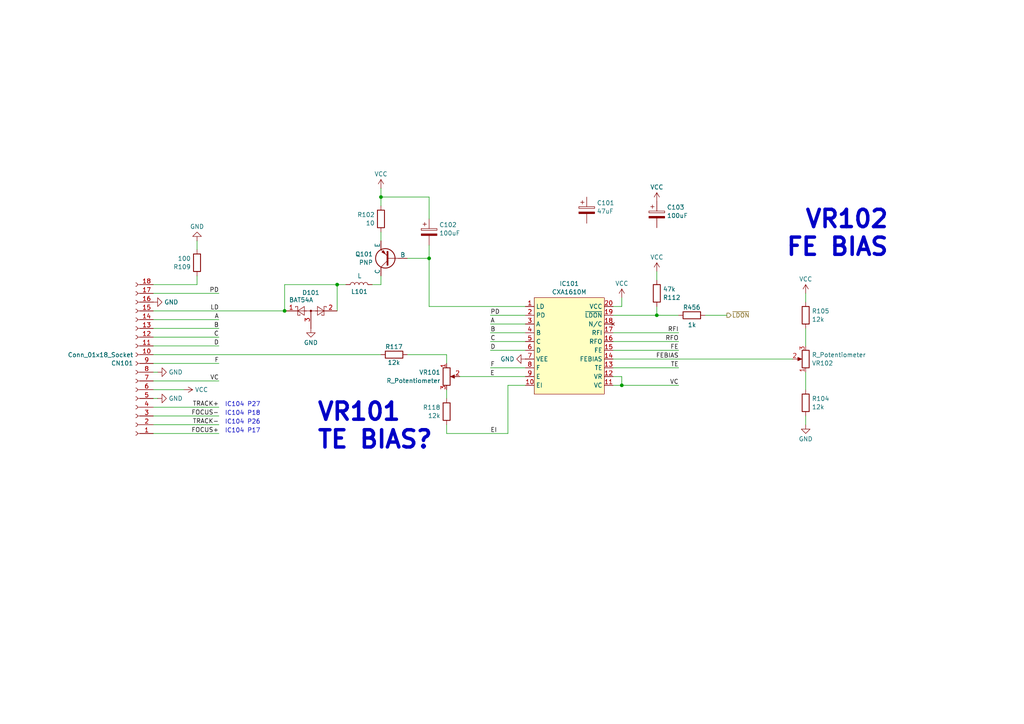
<source format=kicad_sch>
(kicad_sch (version 20231120) (generator "eeschema") (generator_version "8.0")
  (paper "A4")
  (title_block (title "PC FX Pots Adfustment Schematics") (date "2024-07-11") (rev "0.1") (company "Author: Regis Galland") (comment 1 "Little guide to help understanding the pots on the PC-FX PCB"))
  (lib_symbols
    (symbol "Connector:Conn_01x18_Socket" (pin_names (offset 1.016) hide)
      (property "Reference" "J" (at 0 22.86 0))
      (property "Value" "Conn_01x18_Socket" (at 0 -25.4 0))
      (symbol "Conn_01x18_Socket_1_1"
        (arc (start 0 -22.352) (mid -0.5058 -22.86) (end 0 -23.368) (stroke (width 0.1524)))
        (arc (start 0 -19.812) (mid -0.5058 -20.32) (end 0 -20.828) (stroke (width 0.1524)))
        (arc (start 0 -17.272) (mid -0.5058 -17.78) (end 0 -18.288) (stroke (width 0.1524)))
        (arc (start 0 -14.732) (mid -0.5058 -15.24) (end 0 -15.748) (stroke (width 0.1524)))
        (arc (start 0 -12.192) (mid -0.5058 -12.7) (end 0 -13.208) (stroke (width 0.1524)))
        (arc (start 0 -9.652) (mid -0.5058 -10.16) (end 0 -10.668) (stroke (width 0.1524)))
        (arc (start 0 -7.112) (mid -0.5058 -7.62) (end 0 -8.128) (stroke (width 0.1524)))
        (arc (start 0 -4.572) (mid -0.5058 -5.08) (end 0 -5.588) (stroke (width 0.1524)))
        (arc (start 0 -2.032) (mid -0.5058 -2.54) (end 0 -3.048) (stroke (width 0.1524)))
        (polyline (pts (xy -1.27 -22.86) (xy -0.508 -22.86)) (stroke (width 0.1524)))
        (polyline (pts (xy -1.27 -20.32) (xy -0.508 -20.32)) (stroke (width 0.1524)))
        (polyline (pts (xy -1.27 -17.78) (xy -0.508 -17.78)) (stroke (width 0.1524)))
        (polyline (pts (xy -1.27 -15.24) (xy -0.508 -15.24)) (stroke (width 0.1524)))
        (polyline (pts (xy -1.27 -12.7) (xy -0.508 -12.7)) (stroke (width 0.1524)))
        (polyline (pts (xy -1.27 -10.16) (xy -0.508 -10.16)) (stroke (width 0.1524)))
        (polyline (pts (xy -1.27 -7.62) (xy -0.508 -7.62)) (stroke (width 0.1524)))
        (polyline (pts (xy -1.27 -5.08) (xy -0.508 -5.08)) (stroke (width 0.1524)))
        (polyline (pts (xy -1.27 -2.54) (xy -0.508 -2.54)) (stroke (width 0.1524)))
        (polyline (pts (xy -1.27 0) (xy -0.508 0)) (stroke (width 0.1524)))
        (polyline (pts (xy -1.27 2.54) (xy -0.508 2.54)) (stroke (width 0.1524)))
        (polyline (pts (xy -1.27 5.08) (xy -0.508 5.08)) (stroke (width 0.1524)))
        (polyline (pts (xy -1.27 7.62) (xy -0.508 7.62)) (stroke (width 0.1524)))
        (polyline (pts (xy -1.27 10.16) (xy -0.508 10.16)) (stroke (width 0.1524)))
        (polyline (pts (xy -1.27 12.7) (xy -0.508 12.7)) (stroke (width 0.1524)))
        (polyline (pts (xy -1.27 15.24) (xy -0.508 15.24)) (stroke (width 0.1524)))
        (polyline (pts (xy -1.27 17.78) (xy -0.508 17.78)) (stroke (width 0.1524)))
        (polyline (pts (xy -1.27 20.32) (xy -0.508 20.32)) (stroke (width 0.1524)))
        (arc (start 0 0.508) (mid -0.5058 0) (end 0 -0.508) (stroke (width 0.1524)))
        (arc (start 0 3.048) (mid -0.5058 2.54) (end 0 2.032) (stroke (width 0.1524)))
        (arc (start 0 5.588) (mid -0.5058 5.08) (end 0 4.572) (stroke (width 0.1524)))
        (arc (start 0 8.128) (mid -0.5058 7.62) (end 0 7.112) (stroke (width 0.1524)))
        (arc (start 0 10.668) (mid -0.5058 10.16) (end 0 9.652) (stroke (width 0.1524)))
        (arc (start 0 13.208) (mid -0.5058 12.7) (end 0 12.192) (stroke (width 0.1524)))
        (arc (start 0 15.748) (mid -0.5058 15.24) (end 0 14.732) (stroke (width 0.1524)))
        (arc (start 0 18.288) (mid -0.5058 17.78) (end 0 17.272) (stroke (width 0.1524)))
        (arc (start 0 20.828) (mid -0.5058 20.32) (end 0 19.812) (stroke (width 0.1524)))
        (pin passive line (at -5.08 20.32 0) (length 3.81) (name "Pin_1") (number "1"))
        (pin passive line (at -5.08 -2.54 0) (length 3.81) (name "Pin_10") (number "10"))
        (pin passive line (at -5.08 -5.08 0) (length 3.81) (name "Pin_11") (number "11"))
        (pin passive line (at -5.08 -7.62 0) (length 3.81) (name "Pin_12") (number "12"))
        (pin passive line (at -5.08 -10.16 0) (length 3.81) (name "Pin_13") (number "13"))
        (pin passive line (at -5.08 -12.7 0) (length 3.81) (name "Pin_14") (number "14"))
        (pin passive line (at -5.08 -15.24 0) (length 3.81) (name "Pin_15") (number "15"))
        (pin passive line (at -5.08 -17.78 0) (length 3.81) (name "Pin_16") (number "16"))
        (pin passive line (at -5.08 -20.32 0) (length 3.81) (name "Pin_17") (number "17"))
        (pin passive line (at -5.08 -22.86 0) (length 3.81) (name "Pin_18") (number "18"))
        (pin passive line (at -5.08 17.78 0) (length 3.81) (name "Pin_2") (number "2"))
        (pin passive line (at -5.08 15.24 0) (length 3.81) (name "Pin_3") (number "3"))
        (pin passive line (at -5.08 12.7 0) (length 3.81) (name "Pin_4") (number "4"))
        (pin passive line (at -5.08 10.16 0) (length 3.81) (name "Pin_5") (number "5"))
        (pin passive line (at -5.08 7.62 0) (length 3.81) (name "Pin_6") (number "6"))
        (pin passive line (at -5.08 5.08 0) (length 3.81) (name "Pin_7") (number "7"))
        (pin passive line (at -5.08 2.54 0) (length 3.81) (name "Pin_8") (number "8"))
        (pin passive line (at -5.08 0 0) (length 3.81) (name "Pin_9") (number "9"))
      )
    )
    (symbol "Device:C_Polarized" (pin_numbers hide) (pin_names (offset 0.254))
      (property "Reference" "C" (at 0.635 2.54 0))
      (property "Value" "C_Polarized" (at 0.635 -2.54 0))
      (symbol "C_Polarized_0_1"
        (rectangle (start -2.286 0.508) (end 2.286 1.016))
        (polyline (pts (xy -1.778 2.286) (xy -0.762 2.286)))
        (polyline (pts (xy -1.27 2.794) (xy -1.27 1.778)))
        (rectangle (start 2.286 -0.508) (end -2.286 -1.016) (fill (type outline)))
      )
      (symbol "C_Polarized_1_1"
        (pin passive line (at 0 3.81 270) (length 2.794) (name "~") (number "1"))
        (pin passive line (at 0 -3.81 90) (length 2.794) (name "~") (number "2"))
      )
    )
    (symbol "Device:L" (pin_numbers hide) (pin_names (offset 1.016) hide)
      (property "Reference" "L" (at -1.27 0 90))
      (property "Value" "L" (at 1.905 0 90))
      (symbol "L_0_1"
        (arc (start 0 -2.54) (mid 0.6323 -1.905) (end 0 -1.27))
        (arc (start 0 -1.27) (mid 0.6323 -0.635) (end 0 0))
        (arc (start 0 0) (mid 0.6323 0.635) (end 0 1.27))
        (arc (start 0 1.27) (mid 0.6323 1.905) (end 0 2.54))
      )
      (symbol "L_1_1"
        (pin passive line (at 0 3.81 270) (length 1.27) (name "1") (number "1"))
        (pin passive line (at 0 -3.81 90) (length 1.27) (name "2") (number "2"))
      )
    )
    (symbol "Device:R" (pin_numbers hide) (pin_names (offset 0))
      (property "Reference" "R" (at 2.032 0 90))
      (property "Value" "R" (at 0 0 90))
      (symbol "R_0_1"
        (rectangle (start -1.016 -2.54) (end 1.016 2.54) (stroke (width 0.254)))
      )
      (symbol "R_1_1"
        (pin passive line (at 0 3.81 270) (length 1.27) (name "~") (number "1"))
        (pin passive line (at 0 -3.81 90) (length 1.27) (name "~") (number "2"))
      )
    )
    (symbol "Device:R_Potentiometer" (pin_names (offset 1.016) hide)
      (property "Reference" "RV" (at -4.445 0 90))
      (property "Value" "R_Potentiometer" (at -2.54 0 90))
      (symbol "R_Potentiometer_0_1"
        (polyline (pts (xy 2.54 0) (xy 1.524 0)))
        (polyline (pts (xy 1.143 0) (xy 2.286 0.508) (xy 2.286 -0.508) (xy 1.143 0)) (fill (type outline)))
        (rectangle (start 1.016 2.54) (end -1.016 -2.54) (stroke (width 0.254)))
      )
      (symbol "R_Potentiometer_1_1"
        (pin passive line (at 0 3.81 270) (length 1.27) (name "1") (number "1"))
        (pin passive line (at 3.81 0 180) (length 1.27) (name "2") (number "2"))
        (pin passive line (at 0 -3.81 90) (length 1.27) (name "3") (number "3"))
      )
    )
    (symbol "Diode:BAT54A" (pin_names (offset 1.016))
      (property "Reference" "D" (at 0.635 -3.81 0))
      (property "Value" "BAT54A" (at -6.35 3.175 0))
      (symbol "BAT54A_0_1"
        (polyline (pts (xy -4.445 1.27) (xy -4.445 1.016)))
        (polyline (pts (xy -3.81 -1.27) (xy -3.81 1.27)))
        (polyline (pts (xy -3.81 -1.27) (xy -3.175 -1.27)))
        (polyline (pts (xy -3.81 0) (xy -1.27 0)))
        (polyline (pts (xy -3.81 1.27) (xy -4.445 1.27)))
        (polyline (pts (xy -3.175 -1.27) (xy -3.175 -1.016)))
        (polyline (pts (xy -1.905 0) (xy 1.905 0)))
        (polyline (pts (xy 1.27 0) (xy 3.81 0)))
        (polyline (pts (xy 3.175 -1.27) (xy 3.175 -1.016)))
        (polyline (pts (xy 3.81 -1.27) (xy 3.175 -1.27)))
        (polyline (pts (xy 3.81 -1.27) (xy 3.81 1.27)))
        (polyline (pts (xy 3.81 1.27) (xy 4.445 1.27)))
        (polyline (pts (xy 4.445 1.27) (xy 4.445 1.016)))
        (polyline (pts (xy -1.905 1.27) (xy -1.905 -1.27) (xy -3.81 0) (xy -1.905 1.27)))
        (polyline (pts (xy 1.905 1.27) (xy 1.905 -1.27) (xy 3.81 0) (xy 1.905 1.27)))
        (circle (center 0 0) (radius 0.254) (fill (type outline)))
      )
      (symbol "BAT54A_1_1"
        (pin passive line (at -7.62 0 0) (length 3.81) (name "~") (number "1"))
        (pin passive line (at 7.62 0 180) (length 3.81) (name "~") (number "2"))
        (pin passive line (at 0 -5.08 90) (length 5.08) (name "~") (number "3"))
      )
    )
    (symbol "PC-FX:CXA1610M"
      (property "Reference" "IC" (at -9.652 14.986 0))
      (property "Value" "CXA1610M" (at -4.826 14.986 0))
      (symbol "CXA1610M_0_0"
        (rectangle (start -10.16 13.97) (end 10.16 -13.97) (stroke (width 0.1524)) (fill (type background)))
      )
      (symbol "CXA1610M_1_1"
        (pin output line (at -12.7 11.43 0) (length 2.54) (name "LD") (number "1"))
        (pin input line (at -12.7 -11.43 0) (length 2.54) (name "EI") (number "10"))
        (pin power_in line (at 12.7 -11.43 180) (length 2.54) (name "VC") (number "11"))
        (pin power_out line (at 12.7 -8.89 180) (length 2.54) (name "VR") (number "12"))
        (pin output line (at 12.7 -6.35 180) (length 2.54) (name "TE") (number "13"))
        (pin input line (at 12.7 -3.81 180) (length 2.54) (name "FEBIAS") (number "14"))
        (pin output line (at 12.7 -1.27 180) (length 2.54) (name "FE") (number "15"))
        (pin output line (at 12.7 1.27 180) (length 2.54) (name "RFO") (number "16"))
        (pin input line (at 12.7 3.81 180) (length 2.54) (name "RFI") (number "17"))
        (pin no_connect line (at 12.7 6.35 180) (length 2.54) (name "N/C") (number "18"))
        (pin input line (at 12.7 8.89 180) (length 2.54) (name "~{LDON}") (number "19"))
        (pin input line (at -12.7 8.89 0) (length 2.54) (name "PD") (number "2"))
        (pin power_in line (at 12.7 11.43 180) (length 2.54) (name "VCC") (number "20"))
        (pin input line (at -12.7 6.35 0) (length 2.54) (name "A") (number "3"))
        (pin input line (at -12.7 3.81 0) (length 2.54) (name "B") (number "4"))
        (pin input line (at -12.7 1.27 0) (length 2.54) (name "C") (number "5"))
        (pin input line (at -12.7 -1.27 0) (length 2.54) (name "D") (number "6"))
        (pin power_in line (at -12.7 -3.81 0) (length 2.54) (name "VEE") (number "7"))
        (pin input line (at -12.7 -6.35 0) (length 2.54) (name "F") (number "8"))
        (pin input line (at -12.7 -8.89 0) (length 2.54) (name "E") (number "9"))
      )
    )
    (symbol "Simulation_SPICE:PNP" (pin_numbers hide) (pin_names (offset 0))
      (property "Reference" "Q" (at -2.54 7.62 0))
      (property "Value" "PNP" (at -2.54 5.08 0))
      (symbol "PNP_0_1"
        (polyline (pts (xy -2.54 0) (xy 0.635 0)) (stroke (width 0.1524)))
        (polyline (pts (xy 0.635 0.635) (xy 2.54 2.54)))
        (polyline (pts (xy 0.635 -0.635) (xy 2.54 -2.54) (xy 2.54 -2.54)))
        (polyline (pts (xy 0.635 1.905) (xy 0.635 -1.905) (xy 0.635 -1.905)) (stroke (width 0.508)))
        (polyline (pts (xy 2.286 -1.778) (xy 1.778 -2.286) (xy 1.27 -1.27) (xy 2.286 -1.778) (xy 2.286 -1.778)) (fill (type outline)))
        (circle (center 1.27 0) (radius 2.8194) (stroke (width 0.254)))
      )
      (symbol "PNP_1_1"
        (pin open_collector line (at 2.54 5.08 270) (length 2.54) (name "C") (number "1"))
        (pin input line (at -5.08 0 0) (length 2.54) (name "B") (number "2"))
        (pin open_emitter line (at 2.54 -5.08 90) (length 2.54) (name "E") (number "3"))
      )
    )
    (symbol "power:GND" (power) (pin_numbers hide) (pin_names (offset 0) hide)
      (property "Value" "GND" (at 0 -3.81 0))
      (symbol "GND_0_1"
        (polyline (pts (xy 0 0) (xy 0 -1.27) (xy 1.27 -1.27) (xy 0 -2.54) (xy -1.27 -1.27) (xy 0 -1.27)))
      )
      (symbol "GND_1_1"
        (pin power_in line (at 0 0 270) (length 0) (name "~") (number "1"))
      )
    )
    (symbol "power:VCC" (power) (pin_numbers hide) (pin_names (offset 0) hide)
      (property "Value" "VCC" (at 0 3.556 0))
      (symbol "VCC_0_1"
        (polyline (pts (xy -0.762 1.27) (xy 0 2.54)))
        (polyline (pts (xy 0 0) (xy 0 2.54)))
        (polyline (pts (xy 0 2.54) (xy 0.762 1.27)))
      )
      (symbol "VCC_1_1"
        (pin power_in line (at 0 0 90) (length 0) (name "~") (number "1"))
      )
    )
  )
  (junction (at 124.46 74.93))
  (junction (at 190.5 91.44))
  (junction (at 97.79 82.55))
  (junction (at 82.55 90.17))
  (junction (at 180.34 111.76))
  (junction (at 110.49 57.15))
  (wire (pts (xy 110.49 102.87) (xy 44.45 102.87)))
  (wire (pts (xy 107.95 82.55) (xy 110.49 82.55)))
  (wire (pts (xy 177.8 109.22) (xy 180.34 109.22)))
  (wire (pts (xy 57.15 72.39) (xy 57.15 69.85)))
  (wire (pts (xy 190.5 91.44) (xy 190.5 88.9)))
  (wire (pts (xy 63.5 123.19) (xy 44.45 123.19)))
  (wire (pts (xy 110.49 67.31) (xy 110.49 69.85)))
  (wire (pts (xy 233.68 113.03) (xy 233.68 107.95)))
  (wire (pts (xy 53.34 113.03) (xy 44.45 113.03)))
  (wire (pts (xy 142.24 106.68) (xy 152.4 106.68)))
  (wire (pts (xy 45.72 115.57) (xy 44.45 115.57)))
  (wire (pts (xy 180.34 88.9) (xy 180.34 86.36)))
  (wire (pts (xy 110.49 57.15) (xy 110.49 54.61)))
  (wire (pts (xy 129.54 125.73) (xy 129.54 123.19)))
  (wire (pts (xy 63.5 110.49) (xy 44.45 110.49)))
  (wire (pts (xy 177.8 104.14) (xy 229.87 104.14)))
  (wire (pts (xy 233.68 100.33) (xy 233.68 95.25)))
  (wire (pts (xy 196.85 96.52) (xy 177.8 96.52)))
  (wire (pts (xy 196.85 101.6) (xy 177.8 101.6)))
  (wire (pts (xy 44.45 85.09) (xy 63.5 85.09)))
  (wire (pts (xy 63.5 97.79) (xy 44.45 97.79)))
  (wire (pts (xy 63.5 92.71) (xy 44.45 92.71)))
  (wire (pts (xy 45.72 107.95) (xy 44.45 107.95)))
  (wire (pts (xy 124.46 63.5) (xy 124.46 57.15)))
  (wire (pts (xy 152.4 111.76) (xy 147.32 111.76)))
  (wire (pts (xy 177.8 91.44) (xy 190.5 91.44)))
  (wire (pts (xy 129.54 102.87) (xy 129.54 105.41)))
  (wire (pts (xy 82.55 90.17) (xy 82.55 82.55)))
  (wire (pts (xy 233.68 120.65) (xy 233.68 123.19)))
  (wire (pts (xy 63.5 118.11) (xy 44.45 118.11)))
  (wire (pts (xy 129.54 113.03) (xy 129.54 115.57)))
  (wire (pts (xy 177.8 88.9) (xy 180.34 88.9)))
  (wire (pts (xy 57.15 80.01) (xy 57.15 82.55)))
  (wire (pts (xy 133.35 109.22) (xy 152.4 109.22)))
  (wire (pts (xy 147.32 111.76) (xy 147.32 125.73)))
  (wire (pts (xy 63.5 120.65) (xy 44.45 120.65)))
  (wire (pts (xy 233.68 85.09) (xy 233.68 87.63)))
  (wire (pts (xy 118.11 102.87) (xy 129.54 102.87)))
  (wire (pts (xy 63.5 125.73) (xy 44.45 125.73)))
  (wire (pts (xy 82.55 82.55) (xy 97.79 82.55)))
  (wire (pts (xy 57.15 82.55) (xy 44.45 82.55)))
  (wire (pts (xy 129.54 125.73) (xy 147.32 125.73)))
  (wire (pts (xy 180.34 109.22) (xy 180.34 111.76)))
  (wire (pts (xy 180.34 111.76) (xy 177.8 111.76)))
  (wire (pts (xy 190.5 91.44) (xy 196.85 91.44)))
  (wire (pts (xy 196.85 106.68) (xy 177.8 106.68)))
  (wire (pts (xy 142.24 99.06) (xy 152.4 99.06)))
  (wire (pts (xy 97.79 82.55) (xy 97.79 90.17)))
  (wire (pts (xy 142.24 101.6) (xy 152.4 101.6)))
  (wire (pts (xy 44.45 90.17) (xy 82.55 90.17)))
  (wire (pts (xy 124.46 71.12) (xy 124.46 74.93)))
  (wire (pts (xy 110.49 57.15) (xy 110.49 59.69)))
  (wire (pts (xy 142.24 93.98) (xy 152.4 93.98)))
  (wire (pts (xy 118.11 74.93) (xy 124.46 74.93)))
  (wire (pts (xy 152.4 88.9) (xy 124.46 88.9)))
  (wire (pts (xy 97.79 82.55) (xy 100.33 82.55)))
  (wire (pts (xy 63.5 95.25) (xy 44.45 95.25)))
  (wire (pts (xy 204.47 91.44) (xy 210.82 91.44)))
  (wire (pts (xy 63.5 100.33) (xy 44.45 100.33)))
  (wire (pts (xy 142.24 96.52) (xy 152.4 96.52)))
  (wire (pts (xy 152.4 91.44) (xy 142.24 91.44)))
  (wire (pts (xy 196.85 111.76) (xy 180.34 111.76)))
  (wire (pts (xy 124.46 88.9) (xy 124.46 74.93)))
  (wire (pts (xy 110.49 57.15) (xy 124.46 57.15)))
  (wire (pts (xy 63.5 105.41) (xy 44.45 105.41)))
  (wire (pts (xy 110.49 80.01) (xy 110.49 82.55)))
  (wire (pts (xy 190.5 78.74) (xy 190.5 81.28)))
  (wire (pts (xy 196.85 99.06) (xy 177.8 99.06)))
  (text "VR102\nFE BIAS" (at 258.064 74.676 0) (effects (font (size 5 5) (thickness 1) (bold yes)) (justify right bottom)))
  (text "IC104 P26" (at 75.565 123.19 0) (effects (font (size 1.27 1.27)) (justify right bottom)))
  (text "IC104 P27" (at 75.565 118.11 0) (effects (font (size 1.27 1.27)) (justify right bottom)))
  (text "VR101\nTE BIAS?" (at 91.694 130.556 0) (effects (font (size 5 5) (thickness 1) (bold yes)) (justify left bottom)))
  (text "IC104 P18" (at 75.565 120.65 0) (effects (font (size 1.27 1.27)) (justify right bottom)))
  (text "IC104 P17" (at 75.565 125.73 0) (effects (font (size 1.27 1.27)) (justify right bottom)))
  (label "TRACK-" (at 63.5 123.19 180))
  (label "B" (at 63.5 95.25 180))
  (label "EI" (at 142.24 125.73 0))
  (label "E" (at 143.51 109.22 180))
  (label "D" (at 142.24 101.6 0))
  (label "VC" (at 63.5 110.49 180))
  (label "FEBIAS" (at 196.85 104.14 180))
  (label "C" (at 63.5 97.79 180))
  (label "TE" (at 196.85 106.68 180))
  (label "FOCUS-" (at 63.5 120.65 180))
  (label "A" (at 142.24 93.98 0))
  (label "TRACK+" (at 63.5 118.11 180))
  (label "F" (at 142.24 106.68 0))
  (label "RFI" (at 196.85 96.52 180))
  (label "FOCUS+" (at 63.5 125.73 180))
  (label "RFO" (at 196.85 99.06 180))
  (label "D" (at 63.5 100.33 180))
  (label "VC" (at 196.85 111.76 180))
  (label "PD" (at 63.5 85.09 180))
  (label "PD" (at 142.24 91.44 0))
  (label "A" (at 63.5 92.71 180))
  (label "LD" (at 63.5 90.17 180))
  (label "B" (at 142.24 96.52 0))
  (label "FE" (at 196.85 101.6 180))
  (label "F" (at 63.5 105.41 180))
  (label "C" (at 142.24 99.06 0))
  (hierarchical_label "~{LDON}" (shape output) (at 210.82 91.44 0))
  (symbol (lib_id "Device:R") (at 57.15 76.2 0) (unit 1)
    (property "Reference" "R109" (at 55.372 77.4121 0) (effects (justify right)))
    (property "Value" "100" (at 55.372 74.9879 0) (effects (justify right)))
  )
  (symbol (lib_id "Simulation_SPICE:PNP") (at 113.03 74.93 180) (unit 1)
    (property "Reference" "Q101" (at 108.1786 73.7179 0) (effects (justify left)))
    (property "Value" "PNP" (at 108.1786 76.1421 0) (effects (justify left)))
    (property "Datasheet" "https://ngspice.sourceforge.io/docs/ngspice-html-manual/manual.xhtml#cha_BJTs" (effects (hide yes)))
    (property "Description" "Bipolar transistor symbol for simulation only, substrate tied to the emitter" (effects (hide yes)))
    (property "Sim.Device" "PNP" (effects (hide yes)))
    (property "Sim.Type" "GUMMELPOON" (effects (hide yes)))
    (property "Sim.Pins" "1=C 2=B 3=E" (effects (hide yes)))
  )
  (symbol (lib_id "Device:R") (at 200.66 91.44 270) (mirror x) (unit 1)
    (property "Reference" "R456" (at 203.2 89.154 90) (effects (justify right)))
    (property "Value" "1k" (at 201.93 94.234 90) (effects (justify right)))
  )
  (symbol (lib_id "PC-FX:CXA1610M") (at 165.1 100.33 0) (unit 1)
    (property "Reference" "IC101" (at 165.1 82.2663 0))
    (property "Value" "CXA1610M" (at 165.1 84.6906 0))
    (property "Footprint" "Package_SO:SOIC-20W_7.5x12.8mm_P1.27mm" (effects (hide yes)))
    (property "Description" "RF Amplifier for CD players" (effects (hide yes)))
  )
  (symbol (lib_id "Device:C_Polarized") (at 170.18 60.96 0) (unit 1)
    (property "Reference" "C101" (at 173.101 58.8588 0) (effects (justify left)))
    (property "Value" "47uF" (at 173.101 61.2831 0) (effects (justify left)))
    (property "Footprint" "Capacitor_SMD:CP_Elec_5x5.4" (effects (hide yes)))
  )
  (symbol (lib_id "Device:C_Polarized") (at 190.5 62.23 0) (unit 1)
    (property "Reference" "C103" (at 193.421 60.1288 0) (effects (justify left)))
    (property "Value" "100uF" (at 193.421 62.5531 0) (effects (justify left)))
    (property "Footprint" "Capacitor_SMD:CP_Elec_5x5.4" (effects (hide yes)))
  )
  (symbol (lib_id "power:VCC") (at 190.5 58.42 0) (mirror y) (unit 1)
    (property "Reference" "#PWR019" (effects (hide yes)))
    (property "Value" "VCC" (at 190.5 54.2869 0))
    (property "Description" "Power symbol creates a global label with name \"VCC\"" (effects (hide yes)))
  )
  (symbol (lib_id "power:GND") (at 90.17 95.25 0) (unit 1)
    (property "Reference" "#PWR08" (effects (hide yes)))
    (property "Value" "GND" (at 90.17 99.3831 0))
    (property "Description" "Power symbol creates a global label with name \"GND\" , ground" (effects (hide yes)))
  )
  (symbol (lib_id "Device:R") (at 233.68 116.84 180) (unit 1)
    (property "Reference" "R104" (at 235.4579 115.6279 0) (effects (justify right)))
    (property "Value" "12k" (at 235.4579 118.0521 0) (effects (justify right)))
  )
  (symbol (lib_id "power:GND") (at 44.45 87.63 90) (mirror x) (unit 1)
    (property "Reference" "#PWR07" (effects (hide yes)))
    (property "Value" "GND" (at 47.625 87.63 90) (effects (justify right)))
    (property "Description" "Power symbol creates a global label with name \"GND\" , ground" (effects (hide yes)))
  )
  (symbol (lib_id "Device:R") (at 114.3 102.87 90) (mirror x) (unit 1)
    (property "Reference" "R117" (at 116.84 100.584 90) (effects (justify left)))
    (property "Value" "12k" (at 116.078 105.156 90) (effects (justify left)))
  )
  (symbol (lib_id "power:GND") (at 233.68 123.19 0) (unit 1)
    (property "Reference" "#PWR018" (effects (hide yes)))
    (property "Value" "GND" (at 233.68 127.3231 0))
    (property "Description" "Power symbol creates a global label with name \"GND\" , ground" (effects (hide yes)))
  )
  (symbol (lib_id "Device:L") (at 104.14 82.55 90) (unit 1)
    (property "Reference" "L101" (at 106.68 84.582 90) (effects (justify left)))
    (property "Value" "L" (at 104.902 80.01 90) (effects (justify left)))
  )
  (symbol (lib_id "power:VCC") (at 110.49 54.61 0) (mirror y) (unit 1)
    (property "Reference" "#PWR01" (effects (hide yes)))
    (property "Value" "VCC" (at 110.49 50.4769 0))
    (property "Description" "Power symbol creates a global label with name \"VCC\"" (effects (hide yes)))
  )
  (symbol (lib_id "Device:R_Potentiometer") (at 129.54 109.22 0) (unit 1)
    (property "Reference" "VR101" (at 127.762 108.0079 0) (effects (justify right)))
    (property "Value" "R_Potentiometer" (at 127.762 110.4321 0) (effects (justify right)))
    (property "Footprint" "Potentiometer_THT:Potentiometer_Bourns_3339P_Vertical" (effects (hide yes)))
  )
  (symbol (lib_id "Device:R") (at 233.68 91.44 180) (unit 1)
    (property "Reference" "R105" (at 235.4579 90.2279 0) (effects (justify right)))
    (property "Value" "12k" (at 235.4579 92.6521 0) (effects (justify right)))
  )
  (symbol (lib_id "power:VCC") (at 233.68 85.09 0) (unit 1)
    (property "Reference" "#PWR05" (effects (hide yes)))
    (property "Value" "VCC" (at 233.68 80.9569 0))
    (property "Description" "Power symbol creates a global label with name \"VCC\"" (effects (hide yes)))
  )
  (symbol (lib_id "power:GND") (at 57.15 69.85 0) (mirror x) (unit 1)
    (property "Reference" "#PWR03" (effects (hide yes)))
    (property "Value" "GND" (at 57.15 65.7169 0))
    (property "Description" "Power symbol creates a global label with name \"GND\" , ground" (effects (hide yes)))
  )
  (symbol (lib_id "power:GND") (at 45.72 115.57 90) (mirror x) (unit 1)
    (property "Reference" "#PWR017" (effects (hide yes)))
    (property "Value" "GND" (at 48.895 115.57 90) (effects (justify right)))
    (property "Description" "Power symbol creates a global label with name \"GND\" , ground" (effects (hide yes)))
  )
  (symbol (lib_id "Device:R_Potentiometer") (at 233.68 104.14 180) (unit 1)
    (property "Reference" "VR102" (at 235.458 105.3521 0) (effects (justify right)))
    (property "Value" "R_Potentiometer" (at 235.458 102.9279 0) (effects (justify right)))
    (property "Footprint" "Potentiometer_THT:Potentiometer_Bourns_3339P_Vertical" (effects (hide yes)))
  )
  (symbol (lib_id "Device:R") (at 110.49 63.5 0) (mirror y) (unit 1)
    (property "Reference" "R102" (at 108.712 62.2879 0) (effects (justify left)))
    (property "Value" "10" (at 108.712 64.7121 0) (effects (justify left)))
  )
  (symbol (lib_id "power:GND") (at 152.4 104.14 270) (unit 1)
    (property "Reference" "#PWR09" (effects (hide yes)))
    (property "Value" "GND" (at 149.225 104.14 90) (effects (justify right)))
    (property "Description" "Power symbol creates a global label with name \"GND\" , ground" (effects (hide yes)))
  )
  (symbol (lib_id "Device:R") (at 190.5 85.09 0) (mirror y) (unit 1)
    (property "Reference" "R112" (at 192.278 86.3021 0) (effects (justify right)))
    (property "Value" "47k" (at 192.278 83.8779 0) (effects (justify right)))
  )
  (symbol (lib_id "Diode:BAT54A") (at 90.17 90.17 0) (unit 1)
    (property "Reference" "D101" (at 90.17 84.8827 0))
    (property "Value" "BAT54A" (at 83.82 86.995 0) (effects (justify left)))
    (property "Footprint" "Package_TO_SOT_SMD:SOT-23" (effects (hide yes)))
    (property "Datasheet" "http://www.diodes.com/_files/datasheets/ds11005.pdf" (effects (hide yes)))
  )
  (symbol (lib_id "Device:C_Polarized") (at 124.46 67.31 0) (unit 1)
    (property "Reference" "C102" (at 127.381 65.2088 0) (effects (justify left)))
    (property "Value" "100uF" (at 127.381 67.6331 0) (effects (justify left)))
    (property "Footprint" "Capacitor_SMD:CP_Elec_5x5.4" (effects (hide yes)))
  )
  (symbol (lib_id "power:VCC") (at 53.34 113.03 270) (mirror x) (unit 1)
    (property "Reference" "#PWR013" (effects (hide yes)))
    (property "Value" "VCC" (at 56.515 113.03 90) (effects (justify left)))
    (property "Description" "Power symbol creates a global label with name \"VCC\"" (effects (hide yes)))
  )
  (symbol (lib_id "Connector:Conn_01x18_Socket") (at 39.37 105.41 180) (unit 1)
    (property "Reference" "CN101" (at 38.6588 105.3521 0) (effects (justify left)))
    (property "Value" "Conn_01x18_Socket" (at 38.6588 102.9279 0) (effects (justify left)))
  )
  (symbol (lib_id "Device:R") (at 129.54 119.38 0) (mirror y) (unit 1)
    (property "Reference" "R118" (at 127.762 118.1679 0) (effects (justify left)))
    (property "Value" "12k" (at 127.762 120.5921 0) (effects (justify left)))
  )
  (symbol (lib_id "power:GND") (at 45.72 107.95 90) (mirror x) (unit 1)
    (property "Reference" "#PWR012" (effects (hide yes)))
    (property "Value" "GND" (at 48.895 107.95 90) (effects (justify right)))
    (property "Description" "Power symbol creates a global label with name \"GND\" , ground" (effects (hide yes)))
  )
  (symbol (lib_id "power:VCC") (at 180.34 86.36 0) (mirror y) (unit 1)
    (property "Reference" "#PWR06" (effects (hide yes)))
    (property "Value" "VCC" (at 180.34 82.2269 0))
    (property "Description" "Power symbol creates a global label with name \"VCC\"" (effects (hide yes)))
  )
  (symbol (lib_id "power:VCC") (at 190.5 78.74 0) (unit 1)
    (property "Reference" "#PWR04" (effects (hide yes)))
    (property "Value" "VCC" (at 190.5 74.6069 0))
    (property "Description" "Power symbol creates a global label with name \"VCC\"" (effects (hide yes)))
  )
)
</source>
